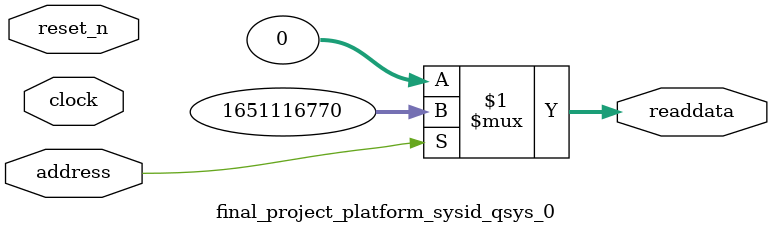
<source format=v>



// synthesis translate_off
`timescale 1ns / 1ps
// synthesis translate_on

// turn off superfluous verilog processor warnings 
// altera message_level Level1 
// altera message_off 10034 10035 10036 10037 10230 10240 10030 

module final_project_platform_sysid_qsys_0 (
               // inputs:
                address,
                clock,
                reset_n,

               // outputs:
                readdata
             )
;

  output  [ 31: 0] readdata;
  input            address;
  input            clock;
  input            reset_n;

  wire    [ 31: 0] readdata;
  //control_slave, which is an e_avalon_slave
  assign readdata = address ? 1651116770 : 0;

endmodule



</source>
